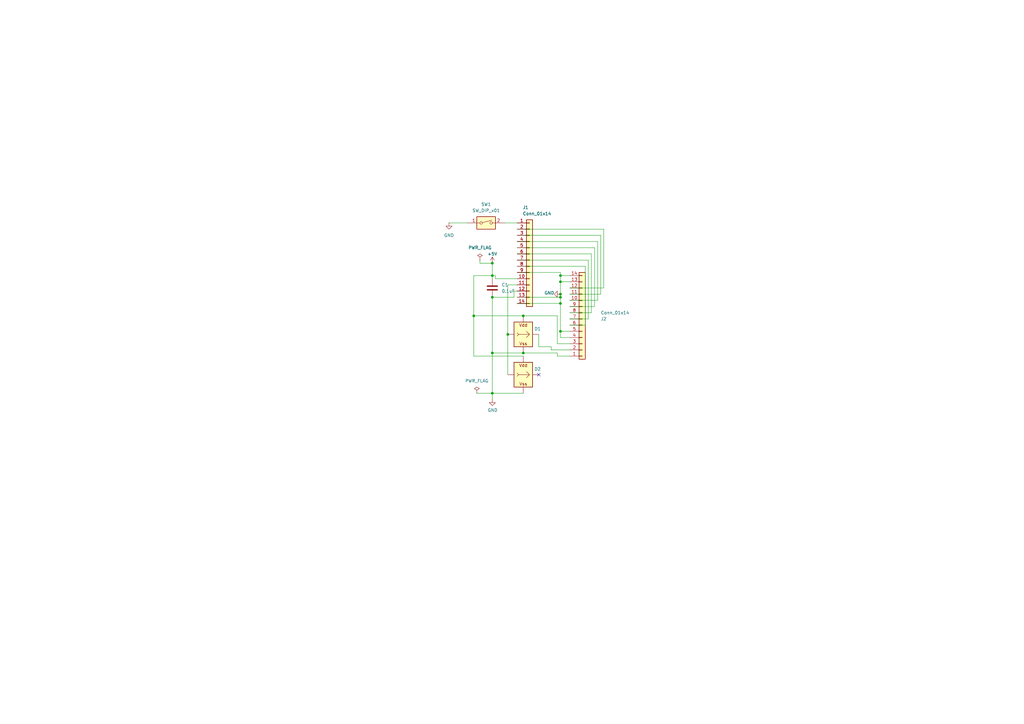
<source format=kicad_sch>
(kicad_sch
	(version 20231120)
	(generator "eeschema")
	(generator_version "8.0")
	(uuid "2e3f5573-c264-4a8b-a2f0-0e6473d39aad")
	(paper "A3")
	(lib_symbols
		(symbol "Connector_Generic:Conn_01x14"
			(pin_names
				(offset 1.016) hide)
			(exclude_from_sim no)
			(in_bom yes)
			(on_board yes)
			(property "Reference" "J"
				(at 0 17.78 0)
				(effects
					(font
						(size 1.27 1.27)
					)
				)
			)
			(property "Value" "Conn_01x14"
				(at 0 -20.32 0)
				(effects
					(font
						(size 1.27 1.27)
					)
				)
			)
			(property "Footprint" ""
				(at 0 0 0)
				(effects
					(font
						(size 1.27 1.27)
					)
					(hide yes)
				)
			)
			(property "Datasheet" "~"
				(at 0 0 0)
				(effects
					(font
						(size 1.27 1.27)
					)
					(hide yes)
				)
			)
			(property "Description" "Generic connector, single row, 01x14, script generated (kicad-library-utils/schlib/autogen/connector/)"
				(at 0 0 0)
				(effects
					(font
						(size 1.27 1.27)
					)
					(hide yes)
				)
			)
			(property "ki_keywords" "connector"
				(at 0 0 0)
				(effects
					(font
						(size 1.27 1.27)
					)
					(hide yes)
				)
			)
			(property "ki_fp_filters" "Connector*:*_1x??_*"
				(at 0 0 0)
				(effects
					(font
						(size 1.27 1.27)
					)
					(hide yes)
				)
			)
			(symbol "Conn_01x14_1_1"
				(rectangle
					(start -1.27 -17.653)
					(end 0 -17.907)
					(stroke
						(width 0.1524)
						(type default)
					)
					(fill
						(type none)
					)
				)
				(rectangle
					(start -1.27 -15.113)
					(end 0 -15.367)
					(stroke
						(width 0.1524)
						(type default)
					)
					(fill
						(type none)
					)
				)
				(rectangle
					(start -1.27 -12.573)
					(end 0 -12.827)
					(stroke
						(width 0.1524)
						(type default)
					)
					(fill
						(type none)
					)
				)
				(rectangle
					(start -1.27 -10.033)
					(end 0 -10.287)
					(stroke
						(width 0.1524)
						(type default)
					)
					(fill
						(type none)
					)
				)
				(rectangle
					(start -1.27 -7.493)
					(end 0 -7.747)
					(stroke
						(width 0.1524)
						(type default)
					)
					(fill
						(type none)
					)
				)
				(rectangle
					(start -1.27 -4.953)
					(end 0 -5.207)
					(stroke
						(width 0.1524)
						(type default)
					)
					(fill
						(type none)
					)
				)
				(rectangle
					(start -1.27 -2.413)
					(end 0 -2.667)
					(stroke
						(width 0.1524)
						(type default)
					)
					(fill
						(type none)
					)
				)
				(rectangle
					(start -1.27 0.127)
					(end 0 -0.127)
					(stroke
						(width 0.1524)
						(type default)
					)
					(fill
						(type none)
					)
				)
				(rectangle
					(start -1.27 2.667)
					(end 0 2.413)
					(stroke
						(width 0.1524)
						(type default)
					)
					(fill
						(type none)
					)
				)
				(rectangle
					(start -1.27 5.207)
					(end 0 4.953)
					(stroke
						(width 0.1524)
						(type default)
					)
					(fill
						(type none)
					)
				)
				(rectangle
					(start -1.27 7.747)
					(end 0 7.493)
					(stroke
						(width 0.1524)
						(type default)
					)
					(fill
						(type none)
					)
				)
				(rectangle
					(start -1.27 10.287)
					(end 0 10.033)
					(stroke
						(width 0.1524)
						(type default)
					)
					(fill
						(type none)
					)
				)
				(rectangle
					(start -1.27 12.827)
					(end 0 12.573)
					(stroke
						(width 0.1524)
						(type default)
					)
					(fill
						(type none)
					)
				)
				(rectangle
					(start -1.27 15.367)
					(end 0 15.113)
					(stroke
						(width 0.1524)
						(type default)
					)
					(fill
						(type none)
					)
				)
				(rectangle
					(start -1.27 16.51)
					(end 1.27 -19.05)
					(stroke
						(width 0.254)
						(type default)
					)
					(fill
						(type background)
					)
				)
				(pin passive line
					(at -5.08 15.24 0)
					(length 3.81)
					(name "Pin_1"
						(effects
							(font
								(size 1.27 1.27)
							)
						)
					)
					(number "1"
						(effects
							(font
								(size 1.27 1.27)
							)
						)
					)
				)
				(pin passive line
					(at -5.08 -7.62 0)
					(length 3.81)
					(name "Pin_10"
						(effects
							(font
								(size 1.27 1.27)
							)
						)
					)
					(number "10"
						(effects
							(font
								(size 1.27 1.27)
							)
						)
					)
				)
				(pin passive line
					(at -5.08 -10.16 0)
					(length 3.81)
					(name "Pin_11"
						(effects
							(font
								(size 1.27 1.27)
							)
						)
					)
					(number "11"
						(effects
							(font
								(size 1.27 1.27)
							)
						)
					)
				)
				(pin passive line
					(at -5.08 -12.7 0)
					(length 3.81)
					(name "Pin_12"
						(effects
							(font
								(size 1.27 1.27)
							)
						)
					)
					(number "12"
						(effects
							(font
								(size 1.27 1.27)
							)
						)
					)
				)
				(pin passive line
					(at -5.08 -15.24 0)
					(length 3.81)
					(name "Pin_13"
						(effects
							(font
								(size 1.27 1.27)
							)
						)
					)
					(number "13"
						(effects
							(font
								(size 1.27 1.27)
							)
						)
					)
				)
				(pin passive line
					(at -5.08 -17.78 0)
					(length 3.81)
					(name "Pin_14"
						(effects
							(font
								(size 1.27 1.27)
							)
						)
					)
					(number "14"
						(effects
							(font
								(size 1.27 1.27)
							)
						)
					)
				)
				(pin passive line
					(at -5.08 12.7 0)
					(length 3.81)
					(name "Pin_2"
						(effects
							(font
								(size 1.27 1.27)
							)
						)
					)
					(number "2"
						(effects
							(font
								(size 1.27 1.27)
							)
						)
					)
				)
				(pin passive line
					(at -5.08 10.16 0)
					(length 3.81)
					(name "Pin_3"
						(effects
							(font
								(size 1.27 1.27)
							)
						)
					)
					(number "3"
						(effects
							(font
								(size 1.27 1.27)
							)
						)
					)
				)
				(pin passive line
					(at -5.08 7.62 0)
					(length 3.81)
					(name "Pin_4"
						(effects
							(font
								(size 1.27 1.27)
							)
						)
					)
					(number "4"
						(effects
							(font
								(size 1.27 1.27)
							)
						)
					)
				)
				(pin passive line
					(at -5.08 5.08 0)
					(length 3.81)
					(name "Pin_5"
						(effects
							(font
								(size 1.27 1.27)
							)
						)
					)
					(number "5"
						(effects
							(font
								(size 1.27 1.27)
							)
						)
					)
				)
				(pin passive line
					(at -5.08 2.54 0)
					(length 3.81)
					(name "Pin_6"
						(effects
							(font
								(size 1.27 1.27)
							)
						)
					)
					(number "6"
						(effects
							(font
								(size 1.27 1.27)
							)
						)
					)
				)
				(pin passive line
					(at -5.08 0 0)
					(length 3.81)
					(name "Pin_7"
						(effects
							(font
								(size 1.27 1.27)
							)
						)
					)
					(number "7"
						(effects
							(font
								(size 1.27 1.27)
							)
						)
					)
				)
				(pin passive line
					(at -5.08 -2.54 0)
					(length 3.81)
					(name "Pin_8"
						(effects
							(font
								(size 1.27 1.27)
							)
						)
					)
					(number "8"
						(effects
							(font
								(size 1.27 1.27)
							)
						)
					)
				)
				(pin passive line
					(at -5.08 -5.08 0)
					(length 3.81)
					(name "Pin_9"
						(effects
							(font
								(size 1.27 1.27)
							)
						)
					)
					(number "9"
						(effects
							(font
								(size 1.27 1.27)
							)
						)
					)
				)
			)
		)
		(symbol "Device:C"
			(pin_numbers hide)
			(pin_names
				(offset 0.254)
			)
			(exclude_from_sim no)
			(in_bom yes)
			(on_board yes)
			(property "Reference" "C"
				(at 0.635 2.54 0)
				(effects
					(font
						(size 1.27 1.27)
					)
					(justify left)
				)
			)
			(property "Value" "C"
				(at 0.635 -2.54 0)
				(effects
					(font
						(size 1.27 1.27)
					)
					(justify left)
				)
			)
			(property "Footprint" ""
				(at 0.9652 -3.81 0)
				(effects
					(font
						(size 1.27 1.27)
					)
					(hide yes)
				)
			)
			(property "Datasheet" "~"
				(at 0 0 0)
				(effects
					(font
						(size 1.27 1.27)
					)
					(hide yes)
				)
			)
			(property "Description" "Unpolarized capacitor"
				(at 0 0 0)
				(effects
					(font
						(size 1.27 1.27)
					)
					(hide yes)
				)
			)
			(property "ki_keywords" "cap capacitor"
				(at 0 0 0)
				(effects
					(font
						(size 1.27 1.27)
					)
					(hide yes)
				)
			)
			(property "ki_fp_filters" "C_*"
				(at 0 0 0)
				(effects
					(font
						(size 1.27 1.27)
					)
					(hide yes)
				)
			)
			(symbol "C_0_1"
				(polyline
					(pts
						(xy -2.032 -0.762) (xy 2.032 -0.762)
					)
					(stroke
						(width 0.508)
						(type default)
					)
					(fill
						(type none)
					)
				)
				(polyline
					(pts
						(xy -2.032 0.762) (xy 2.032 0.762)
					)
					(stroke
						(width 0.508)
						(type default)
					)
					(fill
						(type none)
					)
				)
			)
			(symbol "C_1_1"
				(pin passive line
					(at 0 3.81 270)
					(length 2.794)
					(name "~"
						(effects
							(font
								(size 1.27 1.27)
							)
						)
					)
					(number "1"
						(effects
							(font
								(size 1.27 1.27)
							)
						)
					)
				)
				(pin passive line
					(at 0 -3.81 90)
					(length 2.794)
					(name "~"
						(effects
							(font
								(size 1.27 1.27)
							)
						)
					)
					(number "2"
						(effects
							(font
								(size 1.27 1.27)
							)
						)
					)
				)
			)
		)
		(symbol "Switch:SW_DIP_x01"
			(pin_names
				(offset 0) hide)
			(exclude_from_sim no)
			(in_bom yes)
			(on_board yes)
			(property "Reference" "SW"
				(at 0 3.81 0)
				(effects
					(font
						(size 1.27 1.27)
					)
				)
			)
			(property "Value" "SW_DIP_x01"
				(at 0 -3.81 0)
				(effects
					(font
						(size 1.27 1.27)
					)
				)
			)
			(property "Footprint" ""
				(at 0 0 0)
				(effects
					(font
						(size 1.27 1.27)
					)
					(hide yes)
				)
			)
			(property "Datasheet" "~"
				(at 0 0 0)
				(effects
					(font
						(size 1.27 1.27)
					)
					(hide yes)
				)
			)
			(property "Description" "1x DIP Switch, Single Pole Single Throw (SPST) switch, small symbol"
				(at 0 0 0)
				(effects
					(font
						(size 1.27 1.27)
					)
					(hide yes)
				)
			)
			(property "ki_keywords" "dip switch"
				(at 0 0 0)
				(effects
					(font
						(size 1.27 1.27)
					)
					(hide yes)
				)
			)
			(property "ki_fp_filters" "SW?DIP?x1*"
				(at 0 0 0)
				(effects
					(font
						(size 1.27 1.27)
					)
					(hide yes)
				)
			)
			(symbol "SW_DIP_x01_0_0"
				(circle
					(center -2.032 0)
					(radius 0.508)
					(stroke
						(width 0)
						(type default)
					)
					(fill
						(type none)
					)
				)
				(polyline
					(pts
						(xy -1.524 0.127) (xy 2.3622 1.1684)
					)
					(stroke
						(width 0)
						(type default)
					)
					(fill
						(type none)
					)
				)
				(circle
					(center 2.032 0)
					(radius 0.508)
					(stroke
						(width 0)
						(type default)
					)
					(fill
						(type none)
					)
				)
			)
			(symbol "SW_DIP_x01_0_1"
				(rectangle
					(start -3.81 2.54)
					(end 3.81 -2.54)
					(stroke
						(width 0.254)
						(type default)
					)
					(fill
						(type background)
					)
				)
			)
			(symbol "SW_DIP_x01_1_1"
				(pin passive line
					(at -7.62 0 0)
					(length 5.08)
					(name "~"
						(effects
							(font
								(size 1.27 1.27)
							)
						)
					)
					(number "1"
						(effects
							(font
								(size 1.27 1.27)
							)
						)
					)
				)
				(pin passive line
					(at 7.62 0 180)
					(length 5.08)
					(name "~"
						(effects
							(font
								(size 1.27 1.27)
							)
						)
					)
					(number "2"
						(effects
							(font
								(size 1.27 1.27)
							)
						)
					)
				)
			)
		)
		(symbol "mai_button:WS2812B_Unified"
			(pin_numbers hide)
			(pin_names
				(offset 0.254) hide)
			(exclude_from_sim no)
			(in_bom yes)
			(on_board yes)
			(property "Reference" "D10"
				(at 2.54 6.35 0)
				(effects
					(font
						(size 1.27 1.27)
					)
				)
			)
			(property "Value" "WS2812B_Unified"
				(at 15.24 1.7907 0)
				(effects
					(font
						(size 1.27 1.27)
					)
					(hide yes)
				)
			)
			(property "Footprint" "iidx_pico:WS2812B-2835"
				(at 1.27 -7.62 0)
				(effects
					(font
						(size 1.27 1.27)
					)
					(justify left top)
					(hide yes)
				)
			)
			(property "Datasheet" ""
				(at 2.54 -9.525 0)
				(effects
					(font
						(size 1.27 1.27)
					)
					(justify left top)
					(hide yes)
				)
			)
			(property "Description" "RGB LED with integrated controller"
				(at 0 0 0)
				(effects
					(font
						(size 1.27 1.27)
					)
					(hide yes)
				)
			)
			(property "ki_keywords" "RGB LED NeoPixel addressable"
				(at 0 0 0)
				(effects
					(font
						(size 1.27 1.27)
					)
					(hide yes)
				)
			)
			(property "ki_fp_filters" "LED*WS2812"
				(at 0 0 0)
				(effects
					(font
						(size 1.27 1.27)
					)
					(hide yes)
				)
			)
			(symbol "WS2812B_Unified_0_0"
				(polyline
					(pts
						(xy -1.905 0) (xy 2.54 0) (xy 1.27 1.27)
					)
					(stroke
						(width 0)
						(type default)
					)
					(fill
						(type none)
					)
				)
				(text "Vdd"
					(at 0 3.81 0)
					(effects
						(font
							(size 1.27 1.27)
						)
					)
				)
				(text "Vss"
					(at 0 -3.81 0)
					(effects
						(font
							(size 1.27 1.27)
						)
					)
				)
			)
			(symbol "WS2812B_Unified_0_1"
				(rectangle
					(start -3.81 5.08)
					(end 3.81 -5.08)
					(stroke
						(width 0.254)
						(type default)
					)
					(fill
						(type background)
					)
				)
				(polyline
					(pts
						(xy 1.27 -1.27) (xy 2.54 0)
					)
					(stroke
						(width 0)
						(type default)
					)
					(fill
						(type none)
					)
				)
				(polyline
					(pts
						(xy -2.54 0.635) (xy -1.905 0) (xy -2.54 -0.635)
					)
					(stroke
						(width 0)
						(type default)
					)
					(fill
						(type none)
					)
				)
			)
			(symbol "WS2812B_Unified_1_1"
				(pin power_in line
					(at 0 -7.62 90)
					(length 2.54)
					(name "VSS"
						(effects
							(font
								(size 1.27 1.27)
							)
						)
					)
					(number "G"
						(effects
							(font
								(size 1.27 1.27)
							)
						)
					)
				)
				(pin input line
					(at -6.35 0 0)
					(length 2.54)
					(name "In"
						(effects
							(font
								(size 1.27 1.27)
							)
						)
					)
					(number "I"
						(effects
							(font
								(size 1.27 1.27)
							)
						)
					)
				)
				(pin output line
					(at 6.35 0 180)
					(length 2.54)
					(name "Out"
						(effects
							(font
								(size 1.27 1.27)
							)
						)
					)
					(number "O"
						(effects
							(font
								(size 1.27 1.27)
							)
						)
					)
				)
				(pin power_in line
					(at 0 7.62 270)
					(length 2.54)
					(name "VDD"
						(effects
							(font
								(size 1.27 1.27)
							)
						)
					)
					(number "V"
						(effects
							(font
								(size 1.27 1.27)
							)
						)
					)
				)
			)
		)
		(symbol "power:+5V"
			(power)
			(pin_numbers hide)
			(pin_names
				(offset 0) hide)
			(exclude_from_sim no)
			(in_bom yes)
			(on_board yes)
			(property "Reference" "#PWR"
				(at 0 -3.81 0)
				(effects
					(font
						(size 1.27 1.27)
					)
					(hide yes)
				)
			)
			(property "Value" "+5V"
				(at 0 3.556 0)
				(effects
					(font
						(size 1.27 1.27)
					)
				)
			)
			(property "Footprint" ""
				(at 0 0 0)
				(effects
					(font
						(size 1.27 1.27)
					)
					(hide yes)
				)
			)
			(property "Datasheet" ""
				(at 0 0 0)
				(effects
					(font
						(size 1.27 1.27)
					)
					(hide yes)
				)
			)
			(property "Description" "Power symbol creates a global label with name \"+5V\""
				(at 0 0 0)
				(effects
					(font
						(size 1.27 1.27)
					)
					(hide yes)
				)
			)
			(property "ki_keywords" "global power"
				(at 0 0 0)
				(effects
					(font
						(size 1.27 1.27)
					)
					(hide yes)
				)
			)
			(symbol "+5V_0_1"
				(polyline
					(pts
						(xy -0.762 1.27) (xy 0 2.54)
					)
					(stroke
						(width 0)
						(type default)
					)
					(fill
						(type none)
					)
				)
				(polyline
					(pts
						(xy 0 0) (xy 0 2.54)
					)
					(stroke
						(width 0)
						(type default)
					)
					(fill
						(type none)
					)
				)
				(polyline
					(pts
						(xy 0 2.54) (xy 0.762 1.27)
					)
					(stroke
						(width 0)
						(type default)
					)
					(fill
						(type none)
					)
				)
			)
			(symbol "+5V_1_1"
				(pin power_in line
					(at 0 0 90)
					(length 0)
					(name "~"
						(effects
							(font
								(size 1.27 1.27)
							)
						)
					)
					(number "1"
						(effects
							(font
								(size 1.27 1.27)
							)
						)
					)
				)
			)
		)
		(symbol "power:GND"
			(power)
			(pin_numbers hide)
			(pin_names
				(offset 0) hide)
			(exclude_from_sim no)
			(in_bom yes)
			(on_board yes)
			(property "Reference" "#PWR"
				(at 0 -6.35 0)
				(effects
					(font
						(size 1.27 1.27)
					)
					(hide yes)
				)
			)
			(property "Value" "GND"
				(at 0 -3.81 0)
				(effects
					(font
						(size 1.27 1.27)
					)
				)
			)
			(property "Footprint" ""
				(at 0 0 0)
				(effects
					(font
						(size 1.27 1.27)
					)
					(hide yes)
				)
			)
			(property "Datasheet" ""
				(at 0 0 0)
				(effects
					(font
						(size 1.27 1.27)
					)
					(hide yes)
				)
			)
			(property "Description" "Power symbol creates a global label with name \"GND\" , ground"
				(at 0 0 0)
				(effects
					(font
						(size 1.27 1.27)
					)
					(hide yes)
				)
			)
			(property "ki_keywords" "global power"
				(at 0 0 0)
				(effects
					(font
						(size 1.27 1.27)
					)
					(hide yes)
				)
			)
			(symbol "GND_0_1"
				(polyline
					(pts
						(xy 0 0) (xy 0 -1.27) (xy 1.27 -1.27) (xy 0 -2.54) (xy -1.27 -1.27) (xy 0 -1.27)
					)
					(stroke
						(width 0)
						(type default)
					)
					(fill
						(type none)
					)
				)
			)
			(symbol "GND_1_1"
				(pin power_in line
					(at 0 0 270)
					(length 0)
					(name "~"
						(effects
							(font
								(size 1.27 1.27)
							)
						)
					)
					(number "1"
						(effects
							(font
								(size 1.27 1.27)
							)
						)
					)
				)
			)
		)
		(symbol "power:PWR_FLAG"
			(power)
			(pin_numbers hide)
			(pin_names
				(offset 0) hide)
			(exclude_from_sim no)
			(in_bom yes)
			(on_board yes)
			(property "Reference" "#FLG"
				(at 0 1.905 0)
				(effects
					(font
						(size 1.27 1.27)
					)
					(hide yes)
				)
			)
			(property "Value" "PWR_FLAG"
				(at 0 3.81 0)
				(effects
					(font
						(size 1.27 1.27)
					)
				)
			)
			(property "Footprint" ""
				(at 0 0 0)
				(effects
					(font
						(size 1.27 1.27)
					)
					(hide yes)
				)
			)
			(property "Datasheet" "~"
				(at 0 0 0)
				(effects
					(font
						(size 1.27 1.27)
					)
					(hide yes)
				)
			)
			(property "Description" "Special symbol for telling ERC where power comes from"
				(at 0 0 0)
				(effects
					(font
						(size 1.27 1.27)
					)
					(hide yes)
				)
			)
			(property "ki_keywords" "flag power"
				(at 0 0 0)
				(effects
					(font
						(size 1.27 1.27)
					)
					(hide yes)
				)
			)
			(symbol "PWR_FLAG_0_0"
				(pin power_out line
					(at 0 0 90)
					(length 0)
					(name "~"
						(effects
							(font
								(size 1.27 1.27)
							)
						)
					)
					(number "1"
						(effects
							(font
								(size 1.27 1.27)
							)
						)
					)
				)
			)
			(symbol "PWR_FLAG_0_1"
				(polyline
					(pts
						(xy 0 0) (xy 0 1.27) (xy -1.016 1.905) (xy 0 2.54) (xy 1.016 1.905) (xy 0 1.27)
					)
					(stroke
						(width 0)
						(type default)
					)
					(fill
						(type none)
					)
				)
			)
		)
	)
	(junction
		(at 229.87 121.92)
		(diameter 0)
		(color 0 0 0 0)
		(uuid "0667e0dd-cd87-4f5c-9e4a-4b57cea1ffec")
	)
	(junction
		(at 201.93 113.03)
		(diameter 0)
		(color 0 0 0 0)
		(uuid "11fadb48-d222-46c5-b083-8a97617650df")
	)
	(junction
		(at 229.87 120.65)
		(diameter 0)
		(color 0 0 0 0)
		(uuid "21560d3f-94ba-42fc-822a-c1c42f8d4824")
	)
	(junction
		(at 201.93 121.92)
		(diameter 0)
		(color 0 0 0 0)
		(uuid "2fe0c3f2-6649-4f2b-a722-1e7de5688c00")
	)
	(junction
		(at 214.63 144.78)
		(diameter 0)
		(color 0 0 0 0)
		(uuid "330e75fd-fc84-401e-93cc-ce39c8d504e1")
	)
	(junction
		(at 229.87 124.46)
		(diameter 0)
		(color 0 0 0 0)
		(uuid "347c1ab5-df1a-4207-ac30-01c67a41ba81")
	)
	(junction
		(at 194.31 129.54)
		(diameter 0)
		(color 0 0 0 0)
		(uuid "4f0afd86-c242-4000-a6e2-6753dd52cc62")
	)
	(junction
		(at 229.87 113.03)
		(diameter 0)
		(color 0 0 0 0)
		(uuid "57a4297e-5ba4-4e11-93f8-fb738f9c2ac9")
	)
	(junction
		(at 208.28 137.16)
		(diameter 0)
		(color 0 0 0 0)
		(uuid "68237577-a2d6-4b4e-89ba-6e8856941fe4")
	)
	(junction
		(at 201.93 161.29)
		(diameter 0)
		(color 0 0 0 0)
		(uuid "84d52bb6-590c-4a88-aa1f-6523143200a0")
	)
	(junction
		(at 214.63 129.54)
		(diameter 0)
		(color 0 0 0 0)
		(uuid "8c362f57-6235-4127-9ddc-ff056a00b1cf")
	)
	(junction
		(at 229.87 115.57)
		(diameter 0)
		(color 0 0 0 0)
		(uuid "8f1d3897-1fee-48aa-b8be-a3a4be3f1f10")
	)
	(junction
		(at 229.87 135.89)
		(diameter 0)
		(color 0 0 0 0)
		(uuid "8f836e40-f91d-40c4-819e-15aefd66bdf1")
	)
	(junction
		(at 201.93 107.95)
		(diameter 0)
		(color 0 0 0 0)
		(uuid "af1c0662-8ef3-48fd-87f5-c75380c471f7")
	)
	(junction
		(at 201.93 144.78)
		(diameter 0)
		(color 0 0 0 0)
		(uuid "b518cdc2-bd88-436e-9709-53d9f2358a98")
	)
	(no_connect
		(at 220.98 153.67)
		(uuid "c32f0c09-2b7d-4275-be01-84f24d433117")
	)
	(wire
		(pts
			(xy 229.87 138.43) (xy 233.68 138.43)
		)
		(stroke
			(width 0)
			(type default)
		)
		(uuid "01b8502b-3e54-4973-b789-17a9a4d28e6c")
	)
	(wire
		(pts
			(xy 226.06 142.24) (xy 220.98 142.24)
		)
		(stroke
			(width 0)
			(type default)
		)
		(uuid "0350ed97-bcdd-4ee4-ab1b-ff706fb860f9")
	)
	(wire
		(pts
			(xy 194.31 129.54) (xy 194.31 113.03)
		)
		(stroke
			(width 0)
			(type default)
		)
		(uuid "049d01fc-b05a-45d9-aab6-ac7d8f2ecedf")
	)
	(wire
		(pts
			(xy 196.85 107.95) (xy 201.93 107.95)
		)
		(stroke
			(width 0)
			(type default)
		)
		(uuid "0958b4ae-b21d-484f-9597-b7d80d8663df")
	)
	(wire
		(pts
			(xy 196.85 106.68) (xy 196.85 107.95)
		)
		(stroke
			(width 0)
			(type default)
		)
		(uuid "09a02153-6db4-4817-a5bf-e270d500c697")
	)
	(wire
		(pts
			(xy 228.6 146.05) (xy 228.6 144.78)
		)
		(stroke
			(width 0)
			(type default)
		)
		(uuid "0c65143a-f6ed-4a2f-9855-797ce724e17d")
	)
	(wire
		(pts
			(xy 201.93 144.78) (xy 214.63 144.78)
		)
		(stroke
			(width 0)
			(type default)
		)
		(uuid "0cb94996-f589-4624-ba01-3aec6cb00e07")
	)
	(wire
		(pts
			(xy 228.6 140.97) (xy 233.68 140.97)
		)
		(stroke
			(width 0)
			(type default)
		)
		(uuid "133599c7-b7e0-4536-b222-bfca8394e991")
	)
	(wire
		(pts
			(xy 201.93 161.29) (xy 214.63 161.29)
		)
		(stroke
			(width 0)
			(type default)
		)
		(uuid "176436c5-390f-4343-b039-124ca66ad9b9")
	)
	(wire
		(pts
			(xy 246.38 120.65) (xy 233.68 120.65)
		)
		(stroke
			(width 0)
			(type default)
		)
		(uuid "18950538-6a26-4d03-8bb3-9cd57eee9553")
	)
	(wire
		(pts
			(xy 212.09 106.68) (xy 241.3 106.68)
		)
		(stroke
			(width 0)
			(type default)
		)
		(uuid "1fbee3c3-4b65-4d5c-9861-65a4b1b54da9")
	)
	(wire
		(pts
			(xy 240.03 133.35) (xy 233.68 133.35)
		)
		(stroke
			(width 0)
			(type default)
		)
		(uuid "221bacc1-e5f1-469c-8416-c5e8d5ed7eca")
	)
	(wire
		(pts
			(xy 208.28 116.84) (xy 212.09 116.84)
		)
		(stroke
			(width 0)
			(type default)
		)
		(uuid "23e484c7-8166-4f0a-9661-7a7f9313dc00")
	)
	(wire
		(pts
			(xy 195.58 161.29) (xy 201.93 161.29)
		)
		(stroke
			(width 0)
			(type default)
		)
		(uuid "24637ce2-8055-41f4-8225-20559e17a68f")
	)
	(wire
		(pts
			(xy 184.15 91.44) (xy 191.77 91.44)
		)
		(stroke
			(width 0)
			(type default)
		)
		(uuid "2b113b7f-fa16-47e7-b383-0de1f263373a")
	)
	(wire
		(pts
			(xy 212.09 96.52) (xy 246.38 96.52)
		)
		(stroke
			(width 0)
			(type default)
		)
		(uuid "2c5caaaf-ba62-46a6-b3b3-e207222a902f")
	)
	(wire
		(pts
			(xy 201.93 161.29) (xy 201.93 144.78)
		)
		(stroke
			(width 0)
			(type default)
		)
		(uuid "2dc7247e-1ca9-45a9-a74e-f7769e13f031")
	)
	(wire
		(pts
			(xy 229.87 113.03) (xy 233.68 113.03)
		)
		(stroke
			(width 0)
			(type default)
		)
		(uuid "3391bb98-aec5-475c-aec5-315ae6d7deb5")
	)
	(wire
		(pts
			(xy 212.09 109.22) (xy 240.03 109.22)
		)
		(stroke
			(width 0)
			(type default)
		)
		(uuid "3602fd2a-a1a6-4d52-b243-eeca093213e8")
	)
	(wire
		(pts
			(xy 203.2 113.03) (xy 203.2 114.3)
		)
		(stroke
			(width 0)
			(type default)
		)
		(uuid "36981707-3610-4f7a-8a9c-6abe06105568")
	)
	(wire
		(pts
			(xy 246.38 120.65) (xy 246.38 96.52)
		)
		(stroke
			(width 0)
			(type default)
		)
		(uuid "37aac895-e15c-43ce-9288-e3aa1851b3c7")
	)
	(wire
		(pts
			(xy 207.01 91.44) (xy 212.09 91.44)
		)
		(stroke
			(width 0)
			(type default)
		)
		(uuid "3b5323ce-5646-4c81-9095-6ab2fb0f759c")
	)
	(wire
		(pts
			(xy 240.03 133.35) (xy 240.03 109.22)
		)
		(stroke
			(width 0)
			(type default)
		)
		(uuid "410aa9a0-debc-48fc-bf13-dfa107680a44")
	)
	(wire
		(pts
			(xy 229.87 113.03) (xy 229.87 115.57)
		)
		(stroke
			(width 0)
			(type default)
		)
		(uuid "429d2535-e95c-4c19-b5bd-d818c8fc95e9")
	)
	(wire
		(pts
			(xy 212.09 101.6) (xy 243.84 101.6)
		)
		(stroke
			(width 0)
			(type default)
		)
		(uuid "44300798-cb25-4034-a4ad-33574f20a9d3")
	)
	(wire
		(pts
			(xy 229.87 115.57) (xy 229.87 120.65)
		)
		(stroke
			(width 0)
			(type default)
		)
		(uuid "49de66ed-5ee3-4201-bf33-4fb48a07d2ed")
	)
	(wire
		(pts
			(xy 245.11 123.19) (xy 245.11 99.06)
		)
		(stroke
			(width 0)
			(type default)
		)
		(uuid "51df1012-bbb6-43f1-90db-b5b93547604d")
	)
	(wire
		(pts
			(xy 226.06 143.51) (xy 233.68 143.51)
		)
		(stroke
			(width 0)
			(type default)
		)
		(uuid "53d9ea06-4c36-45e3-8fba-a8fa5521f8b8")
	)
	(wire
		(pts
			(xy 229.87 111.76) (xy 229.87 113.03)
		)
		(stroke
			(width 0)
			(type default)
		)
		(uuid "5496e7ee-764b-43e0-a229-0289fb0971bd")
	)
	(wire
		(pts
			(xy 241.3 130.81) (xy 233.68 130.81)
		)
		(stroke
			(width 0)
			(type default)
		)
		(uuid "55b63479-e41c-48d9-90c6-a69ef9cac128")
	)
	(wire
		(pts
			(xy 212.09 93.98) (xy 247.65 93.98)
		)
		(stroke
			(width 0)
			(type default)
		)
		(uuid "59d5e0e3-d191-45ba-8460-7c3b42ba8c14")
	)
	(wire
		(pts
			(xy 212.09 104.14) (xy 242.57 104.14)
		)
		(stroke
			(width 0)
			(type default)
		)
		(uuid "65bcb73d-06e8-41f7-92b7-a12050d65012")
	)
	(wire
		(pts
			(xy 229.87 135.89) (xy 229.87 138.43)
		)
		(stroke
			(width 0)
			(type default)
		)
		(uuid "6728c9fa-3da8-424f-8f7e-a90d4c04e4ee")
	)
	(wire
		(pts
			(xy 201.93 113.03) (xy 203.2 113.03)
		)
		(stroke
			(width 0)
			(type default)
		)
		(uuid "6b32f9e7-cecd-4cdf-9926-999245326994")
	)
	(wire
		(pts
			(xy 212.09 111.76) (xy 229.87 111.76)
		)
		(stroke
			(width 0)
			(type default)
		)
		(uuid "719cf72b-5443-4cb2-a8c9-ad2063bc0bb3")
	)
	(wire
		(pts
			(xy 214.63 144.78) (xy 228.6 144.78)
		)
		(stroke
			(width 0)
			(type default)
		)
		(uuid "766fa6b2-a0fb-456c-9a64-9e5a24af9b63")
	)
	(wire
		(pts
			(xy 229.87 124.46) (xy 229.87 135.89)
		)
		(stroke
			(width 0)
			(type default)
		)
		(uuid "7dfd853d-044d-431e-8a3b-a7e6c71177be")
	)
	(wire
		(pts
			(xy 208.28 137.16) (xy 208.28 153.67)
		)
		(stroke
			(width 0)
			(type default)
		)
		(uuid "892839d0-b4f8-46cd-864c-353a9d7be457")
	)
	(wire
		(pts
			(xy 229.87 115.57) (xy 233.68 115.57)
		)
		(stroke
			(width 0)
			(type default)
		)
		(uuid "8fd93dc5-b2f2-4882-bb0a-5bbc6d4d4b01")
	)
	(wire
		(pts
			(xy 229.87 121.92) (xy 229.87 124.46)
		)
		(stroke
			(width 0)
			(type default)
		)
		(uuid "91060b56-c2d0-4d96-932e-8df9277de1b6")
	)
	(wire
		(pts
			(xy 226.06 143.51) (xy 226.06 142.24)
		)
		(stroke
			(width 0)
			(type default)
		)
		(uuid "95a1b848-8803-4f55-a7a7-977703798cf8")
	)
	(wire
		(pts
			(xy 212.09 124.46) (xy 229.87 124.46)
		)
		(stroke
			(width 0)
			(type default)
		)
		(uuid "9980d939-d127-430a-80c3-e2a69f608aea")
	)
	(wire
		(pts
			(xy 229.87 135.89) (xy 233.68 135.89)
		)
		(stroke
			(width 0)
			(type default)
		)
		(uuid "9a9d66bc-0aa4-4841-ae58-2782ddfdef8d")
	)
	(wire
		(pts
			(xy 247.65 118.11) (xy 247.65 93.98)
		)
		(stroke
			(width 0)
			(type default)
		)
		(uuid "9baa6702-67aa-429e-9bc3-72cb90b78e50")
	)
	(wire
		(pts
			(xy 201.93 121.92) (xy 210.82 121.92)
		)
		(stroke
			(width 0)
			(type default)
		)
		(uuid "9be83bbd-315c-477f-81fa-f092510c731a")
	)
	(wire
		(pts
			(xy 194.31 113.03) (xy 201.93 113.03)
		)
		(stroke
			(width 0)
			(type default)
		)
		(uuid "9e138887-bd54-40b8-8771-b1923f8847d7")
	)
	(wire
		(pts
			(xy 243.84 125.73) (xy 233.68 125.73)
		)
		(stroke
			(width 0)
			(type default)
		)
		(uuid "a39c50c2-3bea-4181-aa1d-fdabdd921054")
	)
	(wire
		(pts
			(xy 220.98 142.24) (xy 220.98 137.16)
		)
		(stroke
			(width 0)
			(type default)
		)
		(uuid "a3dbbdd4-49b1-4dea-a5fd-951fa3cf286a")
	)
	(wire
		(pts
			(xy 212.09 99.06) (xy 245.11 99.06)
		)
		(stroke
			(width 0)
			(type default)
		)
		(uuid "a4cfe949-9982-442c-b9c5-76aa0ea43b49")
	)
	(wire
		(pts
			(xy 214.63 129.54) (xy 194.31 129.54)
		)
		(stroke
			(width 0)
			(type default)
		)
		(uuid "a7bd1cb0-d63c-443a-90ec-58263b0c462b")
	)
	(wire
		(pts
			(xy 210.82 119.38) (xy 210.82 121.92)
		)
		(stroke
			(width 0)
			(type default)
		)
		(uuid "b6ae2cf5-96d4-416a-8459-4ecf4179f25d")
	)
	(wire
		(pts
			(xy 245.11 123.19) (xy 233.68 123.19)
		)
		(stroke
			(width 0)
			(type default)
		)
		(uuid "b8d8b2bc-ba80-42df-b02e-099b75eeb6d7")
	)
	(wire
		(pts
			(xy 228.6 146.05) (xy 233.68 146.05)
		)
		(stroke
			(width 0)
			(type default)
		)
		(uuid "bc759bac-e8b5-4769-9efd-8400298f54ef")
	)
	(wire
		(pts
			(xy 208.28 116.84) (xy 208.28 137.16)
		)
		(stroke
			(width 0)
			(type default)
		)
		(uuid "c124203d-21d5-4b88-a349-100bdc6b7664")
	)
	(wire
		(pts
			(xy 241.3 130.81) (xy 241.3 106.68)
		)
		(stroke
			(width 0)
			(type default)
		)
		(uuid "c5d1095f-5679-49de-8a25-f92286ae5506")
	)
	(wire
		(pts
			(xy 201.93 107.95) (xy 201.93 113.03)
		)
		(stroke
			(width 0)
			(type default)
		)
		(uuid "cc9a9948-50d3-46b2-93d4-bd7db5b6f271")
	)
	(wire
		(pts
			(xy 210.82 119.38) (xy 212.09 119.38)
		)
		(stroke
			(width 0)
			(type default)
		)
		(uuid "cdab9ff3-ba1e-49e7-aaec-74d286918431")
	)
	(wire
		(pts
			(xy 214.63 146.05) (xy 194.31 146.05)
		)
		(stroke
			(width 0)
			(type default)
		)
		(uuid "d03f4299-daef-4962-a00a-811ca69a77f6")
	)
	(wire
		(pts
			(xy 201.93 113.03) (xy 201.93 114.3)
		)
		(stroke
			(width 0)
			(type default)
		)
		(uuid "d1cb9742-7fa7-4df2-81a2-a2b4f15ebe74")
	)
	(wire
		(pts
			(xy 229.87 120.65) (xy 229.87 121.92)
		)
		(stroke
			(width 0)
			(type default)
		)
		(uuid "db4d04ce-44a6-4a24-8b54-5f371d550fd4")
	)
	(wire
		(pts
			(xy 194.31 146.05) (xy 194.31 129.54)
		)
		(stroke
			(width 0)
			(type default)
		)
		(uuid "e2d763f9-43fc-4af1-bb54-308ae22ca59b")
	)
	(wire
		(pts
			(xy 212.09 121.92) (xy 229.87 121.92)
		)
		(stroke
			(width 0)
			(type default)
		)
		(uuid "e4cdf70f-c5c2-408c-85e5-2ef31faa0dc3")
	)
	(wire
		(pts
			(xy 247.65 118.11) (xy 233.68 118.11)
		)
		(stroke
			(width 0)
			(type default)
		)
		(uuid "e5c088ad-5c3a-4049-9e46-68b90bdf5c56")
	)
	(wire
		(pts
			(xy 242.57 128.27) (xy 233.68 128.27)
		)
		(stroke
			(width 0)
			(type default)
		)
		(uuid "e6ff733e-367d-4383-a55e-e7a8ad080623")
	)
	(wire
		(pts
			(xy 242.57 128.27) (xy 242.57 104.14)
		)
		(stroke
			(width 0)
			(type default)
		)
		(uuid "e76716a4-6e67-4a89-b957-f84a56868ed8")
	)
	(wire
		(pts
			(xy 243.84 125.73) (xy 243.84 101.6)
		)
		(stroke
			(width 0)
			(type default)
		)
		(uuid "e7f378e3-7c06-4cd1-b79b-35d1d486e192")
	)
	(wire
		(pts
			(xy 203.2 114.3) (xy 212.09 114.3)
		)
		(stroke
			(width 0)
			(type default)
		)
		(uuid "f1e9d0df-38c4-41ff-889e-3fb60e308353")
	)
	(wire
		(pts
			(xy 228.6 140.97) (xy 228.6 129.54)
		)
		(stroke
			(width 0)
			(type default)
		)
		(uuid "f2fbeff9-6e34-4481-bb27-8c7f931e17d0")
	)
	(wire
		(pts
			(xy 214.63 129.54) (xy 228.6 129.54)
		)
		(stroke
			(width 0)
			(type default)
		)
		(uuid "f30019b8-5a36-46d5-aee9-b367bdffac13")
	)
	(wire
		(pts
			(xy 201.93 161.29) (xy 201.93 163.83)
		)
		(stroke
			(width 0)
			(type default)
		)
		(uuid "f37f4e81-bd3c-411c-b7c1-7a119f952d19")
	)
	(wire
		(pts
			(xy 201.93 121.92) (xy 201.93 144.78)
		)
		(stroke
			(width 0)
			(type default)
		)
		(uuid "f4ce42ae-1703-44f0-9179-4beec825fba8")
	)
	(symbol
		(lib_id "mai_button:WS2812B_Unified")
		(at 214.63 137.16 0)
		(unit 1)
		(exclude_from_sim no)
		(in_bom yes)
		(on_board yes)
		(dnp no)
		(uuid "10551f86-c898-4fc7-a73d-0466e85bc851")
		(property "Reference" "D1"
			(at 220.472 134.874 0)
			(effects
				(font
					(size 1.27 1.27)
				)
			)
		)
		(property "Value" "WS2812B_Unified"
			(at 229.87 135.3693 0)
			(effects
				(font
					(size 1.27 1.27)
				)
				(hide yes)
			)
		)
		(property "Footprint" "mai_button:WS2812B-2835"
			(at 215.9 144.78 0)
			(effects
				(font
					(size 1.27 1.27)
				)
				(justify left top)
				(hide yes)
			)
		)
		(property "Datasheet" ""
			(at 217.17 146.685 0)
			(effects
				(font
					(size 1.27 1.27)
				)
				(justify left top)
				(hide yes)
			)
		)
		(property "Description" ""
			(at 214.63 137.16 0)
			(effects
				(font
					(size 1.27 1.27)
				)
				(hide yes)
			)
		)
		(pin "G"
			(uuid "c5153258-aec3-4b5f-9ab6-20625b70fdbf")
		)
		(pin "I"
			(uuid "1a2938b9-57c2-4bc8-9249-4ab0fbfae4d2")
		)
		(pin "O"
			(uuid "3676bf95-3d37-4d04-ae50-9eeb6c35c074")
		)
		(pin "V"
			(uuid "8e3599cc-a2c4-40a3-8aa3-85edfee7e4a0")
		)
		(instances
			(project "mai_button"
				(path "/2e3f5573-c264-4a8b-a2f0-0e6473d39aad"
					(reference "D1")
					(unit 1)
				)
			)
		)
	)
	(symbol
		(lib_id "Connector_Generic:Conn_01x14")
		(at 217.17 106.68 0)
		(unit 1)
		(exclude_from_sim no)
		(in_bom yes)
		(on_board yes)
		(dnp no)
		(uuid "12a4d8b4-446f-43a5-bf05-5a30b07a44a6")
		(property "Reference" "J1"
			(at 214.376 85.09 0)
			(effects
				(font
					(size 1.27 1.27)
				)
				(justify left)
			)
		)
		(property "Value" "Conn_01x14"
			(at 214.376 87.63 0)
			(effects
				(font
					(size 1.27 1.27)
				)
				(justify left)
			)
		)
		(property "Footprint" "Connector_FFC-FPC:Hirose_FH12-12S-0.5SH_1x12-1MP_P0.50mm_Horizontal_宽"
			(at 217.17 106.68 0)
			(effects
				(font
					(size 1.27 1.27)
				)
				(hide yes)
			)
		)
		(property "Datasheet" "~"
			(at 217.17 106.68 0)
			(effects
				(font
					(size 1.27 1.27)
				)
				(hide yes)
			)
		)
		(property "Description" "Generic connector, single row, 01x14, script generated (kicad-library-utils/schlib/autogen/connector/)"
			(at 217.17 106.68 0)
			(effects
				(font
					(size 1.27 1.27)
				)
				(hide yes)
			)
		)
		(pin "8"
			(uuid "8f1c9c28-6b10-4817-b60c-baaad699fb42")
		)
		(pin "10"
			(uuid "760ab027-7ae9-4364-a8af-03c925890a63")
		)
		(pin "11"
			(uuid "572c3ed9-32ef-4157-b84d-55ae4e2cc2fe")
		)
		(pin "7"
			(uuid "31136fe3-e028-462a-822e-e45fb3767f15")
		)
		(pin "5"
			(uuid "d18e1ef5-022f-408c-99ea-2bc96ce6485f")
		)
		(pin "1"
			(uuid "42acb2cb-6a54-43f9-839f-9868bb2e9b78")
		)
		(pin "4"
			(uuid "bb7bc96e-0bff-49e8-8a70-29e925ff0544")
		)
		(pin "6"
			(uuid "1a6f6f06-ea07-4589-8d52-b1ac685d33cb")
		)
		(pin "14"
			(uuid "b05a0ae2-dd7d-47e6-8495-c29f7c6acd1e")
		)
		(pin "2"
			(uuid "5f419c77-916c-4034-aa07-c5f0bba1b57d")
		)
		(pin "3"
			(uuid "783350e3-cbff-4235-82ee-5758742d1b2d")
		)
		(pin "13"
			(uuid "0a57d7ab-287a-4666-9d67-f02314af3dfc")
		)
		(pin "9"
			(uuid "74864337-38fb-4715-8961-9df9ac429d78")
		)
		(pin "12"
			(uuid "6d2dc97f-071f-4ad0-b1d4-b881ab032c81")
		)
		(instances
			(project ""
				(path "/2e3f5573-c264-4a8b-a2f0-0e6473d39aad"
					(reference "J1")
					(unit 1)
				)
			)
		)
	)
	(symbol
		(lib_id "power:GND")
		(at 229.87 120.65 270)
		(unit 1)
		(exclude_from_sim no)
		(in_bom yes)
		(on_board yes)
		(dnp no)
		(uuid "1946b552-e056-4959-acc0-1df78896ae43")
		(property "Reference" "#PWR04"
			(at 223.52 120.65 0)
			(effects
				(font
					(size 1.27 1.27)
				)
				(hide yes)
			)
		)
		(property "Value" "GND"
			(at 227.33 120.142 90)
			(effects
				(font
					(size 1.27 1.27)
				)
				(justify right)
			)
		)
		(property "Footprint" ""
			(at 229.87 120.65 0)
			(effects
				(font
					(size 1.27 1.27)
				)
				(hide yes)
			)
		)
		(property "Datasheet" ""
			(at 229.87 120.65 0)
			(effects
				(font
					(size 1.27 1.27)
				)
				(hide yes)
			)
		)
		(property "Description" "Power symbol creates a global label with name \"GND\" , ground"
			(at 229.87 120.65 0)
			(effects
				(font
					(size 1.27 1.27)
				)
				(hide yes)
			)
		)
		(pin "1"
			(uuid "c2850421-dcf2-4a7f-886b-f1c79b5babd3")
		)
		(instances
			(project ""
				(path "/2e3f5573-c264-4a8b-a2f0-0e6473d39aad"
					(reference "#PWR04")
					(unit 1)
				)
			)
		)
	)
	(symbol
		(lib_id "power:PWR_FLAG")
		(at 196.85 106.68 0)
		(unit 1)
		(exclude_from_sim no)
		(in_bom yes)
		(on_board yes)
		(dnp no)
		(fields_autoplaced yes)
		(uuid "3174474d-b2b3-4f01-950e-7cea631ae1aa")
		(property "Reference" "#FLG02"
			(at 196.85 104.775 0)
			(effects
				(font
					(size 1.27 1.27)
				)
				(hide yes)
			)
		)
		(property "Value" "PWR_FLAG"
			(at 196.85 101.6 0)
			(effects
				(font
					(size 1.27 1.27)
				)
			)
		)
		(property "Footprint" ""
			(at 196.85 106.68 0)
			(effects
				(font
					(size 1.27 1.27)
				)
				(hide yes)
			)
		)
		(property "Datasheet" "~"
			(at 196.85 106.68 0)
			(effects
				(font
					(size 1.27 1.27)
				)
				(hide yes)
			)
		)
		(property "Description" "Special symbol for telling ERC where power comes from"
			(at 196.85 106.68 0)
			(effects
				(font
					(size 1.27 1.27)
				)
				(hide yes)
			)
		)
		(pin "1"
			(uuid "b32d23e0-393c-4765-81d5-6eb86d928f73")
		)
		(instances
			(project ""
				(path "/2e3f5573-c264-4a8b-a2f0-0e6473d39aad"
					(reference "#FLG02")
					(unit 1)
				)
			)
		)
	)
	(symbol
		(lib_id "Device:C")
		(at 201.93 118.11 0)
		(unit 1)
		(exclude_from_sim no)
		(in_bom yes)
		(on_board yes)
		(dnp no)
		(fields_autoplaced yes)
		(uuid "35e15105-7507-4276-b497-ed37709cf1b8")
		(property "Reference" "C1"
			(at 205.74 116.8399 0)
			(effects
				(font
					(size 1.27 1.27)
				)
				(justify left)
			)
		)
		(property "Value" "0.1uF"
			(at 205.74 119.3799 0)
			(effects
				(font
					(size 1.27 1.27)
				)
				(justify left)
			)
		)
		(property "Footprint" "Capacitor_SMD:C_0603_1608Metric_Pad1.08x0.95mm_HandSolder"
			(at 202.8952 121.92 0)
			(effects
				(font
					(size 1.27 1.27)
				)
				(hide yes)
			)
		)
		(property "Datasheet" "~"
			(at 201.93 118.11 0)
			(effects
				(font
					(size 1.27 1.27)
				)
				(hide yes)
			)
		)
		(property "Description" "Unpolarized capacitor"
			(at 201.93 118.11 0)
			(effects
				(font
					(size 1.27 1.27)
				)
				(hide yes)
			)
		)
		(pin "1"
			(uuid "ceb06b24-8b4f-49d8-b59f-7d911cb732e9")
		)
		(pin "2"
			(uuid "b0356c9f-ab0d-4c49-b7dc-5d739c0f3067")
		)
		(instances
			(project "mai_button"
				(path "/2e3f5573-c264-4a8b-a2f0-0e6473d39aad"
					(reference "C1")
					(unit 1)
				)
			)
		)
	)
	(symbol
		(lib_id "Switch:SW_DIP_x01")
		(at 199.39 91.44 0)
		(unit 1)
		(exclude_from_sim no)
		(in_bom yes)
		(on_board yes)
		(dnp no)
		(fields_autoplaced yes)
		(uuid "4cbc50b5-5668-4e9c-955a-9e8583be0dfc")
		(property "Reference" "SW1"
			(at 199.39 83.82 0)
			(effects
				(font
					(size 1.27 1.27)
				)
			)
		)
		(property "Value" "SW_DIP_x01"
			(at 199.39 86.36 0)
			(effects
				(font
					(size 1.27 1.27)
				)
			)
		)
		(property "Footprint" "mai_button:SW_Kailh_Choc_V1V2_1.00u_LED"
			(at 199.39 91.44 0)
			(effects
				(font
					(size 1.27 1.27)
				)
				(hide yes)
			)
		)
		(property "Datasheet" "~"
			(at 199.39 91.44 0)
			(effects
				(font
					(size 1.27 1.27)
				)
				(hide yes)
			)
		)
		(property "Description" "1x DIP Switch, Single Pole Single Throw (SPST) switch, small symbol"
			(at 199.39 91.44 0)
			(effects
				(font
					(size 1.27 1.27)
				)
				(hide yes)
			)
		)
		(pin "1"
			(uuid "38dd1763-4cbe-4802-9484-d33eb5869b4c")
		)
		(pin "2"
			(uuid "d95859e2-43e1-4108-8581-003a4d43a979")
		)
		(instances
			(project "mai_button"
				(path "/2e3f5573-c264-4a8b-a2f0-0e6473d39aad"
					(reference "SW1")
					(unit 1)
				)
			)
		)
	)
	(symbol
		(lib_id "mai_button:WS2812B_Unified")
		(at 214.63 153.67 0)
		(unit 1)
		(exclude_from_sim no)
		(in_bom yes)
		(on_board yes)
		(dnp no)
		(uuid "7fa2c468-8324-4e3f-a9e4-7c293b19f571")
		(property "Reference" "D2"
			(at 220.472 151.384 0)
			(effects
				(font
					(size 1.27 1.27)
				)
			)
		)
		(property "Value" "WS2812B_Unified"
			(at 229.87 151.8793 0)
			(effects
				(font
					(size 1.27 1.27)
				)
				(hide yes)
			)
		)
		(property "Footprint" "mai_button:WS2812B-2835"
			(at 215.9 161.29 0)
			(effects
				(font
					(size 1.27 1.27)
				)
				(justify left top)
				(hide yes)
			)
		)
		(property "Datasheet" ""
			(at 217.17 163.195 0)
			(effects
				(font
					(size 1.27 1.27)
				)
				(justify left top)
				(hide yes)
			)
		)
		(property "Description" ""
			(at 214.63 153.67 0)
			(effects
				(font
					(size 1.27 1.27)
				)
				(hide yes)
			)
		)
		(pin "G"
			(uuid "6a4753df-7d84-4c59-9ae4-cd672e696da3")
		)
		(pin "I"
			(uuid "78009051-cf14-4be2-8632-8ce76233d3cf")
		)
		(pin "O"
			(uuid "aa29a98e-51d4-4324-b399-f14f8da28446")
		)
		(pin "V"
			(uuid "7fd41e8b-1d6f-4e1d-8dcb-a64a2fa8ac8b")
		)
		(instances
			(project "mai_button"
				(path "/2e3f5573-c264-4a8b-a2f0-0e6473d39aad"
					(reference "D2")
					(unit 1)
				)
			)
		)
	)
	(symbol
		(lib_id "power:GND")
		(at 184.15 91.44 0)
		(unit 1)
		(exclude_from_sim no)
		(in_bom yes)
		(on_board yes)
		(dnp no)
		(fields_autoplaced yes)
		(uuid "9d0eb758-0320-4bf2-bc04-70ca3784ed0c")
		(property "Reference" "#PWR03"
			(at 184.15 97.79 0)
			(effects
				(font
					(size 1.27 1.27)
				)
				(hide yes)
			)
		)
		(property "Value" "GND"
			(at 184.15 96.52 0)
			(effects
				(font
					(size 1.27 1.27)
				)
			)
		)
		(property "Footprint" ""
			(at 184.15 91.44 0)
			(effects
				(font
					(size 1.27 1.27)
				)
				(hide yes)
			)
		)
		(property "Datasheet" ""
			(at 184.15 91.44 0)
			(effects
				(font
					(size 1.27 1.27)
				)
				(hide yes)
			)
		)
		(property "Description" "Power symbol creates a global label with name \"GND\" , ground"
			(at 184.15 91.44 0)
			(effects
				(font
					(size 1.27 1.27)
				)
				(hide yes)
			)
		)
		(pin "1"
			(uuid "f0450808-9887-4076-ba77-a646f303eeab")
		)
		(instances
			(project ""
				(path "/2e3f5573-c264-4a8b-a2f0-0e6473d39aad"
					(reference "#PWR03")
					(unit 1)
				)
			)
		)
	)
	(symbol
		(lib_id "power:GND")
		(at 201.93 163.83 0)
		(unit 1)
		(exclude_from_sim no)
		(in_bom yes)
		(on_board yes)
		(dnp no)
		(uuid "a6c174f9-67fa-490d-8c2b-a961e3b5a68e")
		(property "Reference" "#PWR01"
			(at 201.93 170.18 0)
			(effects
				(font
					(size 1.27 1.27)
				)
				(hide yes)
			)
		)
		(property "Value" "GND"
			(at 202.057 168.2242 0)
			(effects
				(font
					(size 1.27 1.27)
				)
			)
		)
		(property "Footprint" ""
			(at 201.93 163.83 0)
			(effects
				(font
					(size 1.27 1.27)
				)
				(hide yes)
			)
		)
		(property "Datasheet" ""
			(at 201.93 163.83 0)
			(effects
				(font
					(size 1.27 1.27)
				)
				(hide yes)
			)
		)
		(property "Description" "Power symbol creates a global label with name \"GND\" , ground"
			(at 201.93 163.83 0)
			(effects
				(font
					(size 1.27 1.27)
				)
				(hide yes)
			)
		)
		(pin "1"
			(uuid "567144a8-5226-4176-a5cb-4826cd0053d4")
		)
		(instances
			(project "mai_button"
				(path "/2e3f5573-c264-4a8b-a2f0-0e6473d39aad"
					(reference "#PWR01")
					(unit 1)
				)
			)
		)
	)
	(symbol
		(lib_id "power:PWR_FLAG")
		(at 195.58 161.29 0)
		(unit 1)
		(exclude_from_sim no)
		(in_bom yes)
		(on_board yes)
		(dnp no)
		(fields_autoplaced yes)
		(uuid "c73c5883-25f9-4ea7-a53f-01dba335873d")
		(property "Reference" "#FLG01"
			(at 195.58 159.385 0)
			(effects
				(font
					(size 1.27 1.27)
				)
				(hide yes)
			)
		)
		(property "Value" "PWR_FLAG"
			(at 195.58 156.21 0)
			(effects
				(font
					(size 1.27 1.27)
				)
			)
		)
		(property "Footprint" ""
			(at 195.58 161.29 0)
			(effects
				(font
					(size 1.27 1.27)
				)
				(hide yes)
			)
		)
		(property "Datasheet" "~"
			(at 195.58 161.29 0)
			(effects
				(font
					(size 1.27 1.27)
				)
				(hide yes)
			)
		)
		(property "Description" "Special symbol for telling ERC where power comes from"
			(at 195.58 161.29 0)
			(effects
				(font
					(size 1.27 1.27)
				)
				(hide yes)
			)
		)
		(pin "1"
			(uuid "40a09d52-00fa-43e3-8155-5cad8b5245c5")
		)
		(instances
			(project "mai_button"
				(path "/2e3f5573-c264-4a8b-a2f0-0e6473d39aad"
					(reference "#FLG01")
					(unit 1)
				)
			)
		)
	)
	(symbol
		(lib_id "power:+5V")
		(at 201.93 107.95 0)
		(unit 1)
		(exclude_from_sim no)
		(in_bom yes)
		(on_board yes)
		(dnp no)
		(uuid "e731c13b-8f12-4e49-b741-dc9086270bdc")
		(property "Reference" "#PWR02"
			(at 201.93 111.76 0)
			(effects
				(font
					(size 1.27 1.27)
				)
				(hide yes)
			)
		)
		(property "Value" "+5V"
			(at 201.93 104.14 0)
			(effects
				(font
					(size 1.27 1.27)
				)
			)
		)
		(property "Footprint" ""
			(at 201.93 107.95 0)
			(effects
				(font
					(size 1.27 1.27)
				)
				(hide yes)
			)
		)
		(property "Datasheet" ""
			(at 201.93 107.95 0)
			(effects
				(font
					(size 1.27 1.27)
				)
				(hide yes)
			)
		)
		(property "Description" "Power symbol creates a global label with name \"+5V\""
			(at 201.93 107.95 0)
			(effects
				(font
					(size 1.27 1.27)
				)
				(hide yes)
			)
		)
		(pin "1"
			(uuid "c4161dca-fe56-495f-a546-9aa045398620")
		)
		(instances
			(project "mai_button"
				(path "/2e3f5573-c264-4a8b-a2f0-0e6473d39aad"
					(reference "#PWR02")
					(unit 1)
				)
			)
		)
	)
	(symbol
		(lib_id "Connector_Generic:Conn_01x14")
		(at 238.76 130.81 0)
		(mirror x)
		(unit 1)
		(exclude_from_sim no)
		(in_bom yes)
		(on_board yes)
		(dnp no)
		(uuid "f7ad3fe3-e4b1-4e28-b9fc-10fbd635eacb")
		(property "Reference" "J2"
			(at 246.38 130.8101 0)
			(effects
				(font
					(size 1.27 1.27)
				)
				(justify left)
			)
		)
		(property "Value" "Conn_01x14"
			(at 246.38 128.2701 0)
			(effects
				(font
					(size 1.27 1.27)
				)
				(justify left)
			)
		)
		(property "Footprint" "Connector_FFC-FPC:Hirose_FH12-12S-0.5SH_1x12-1MP_P0.50mm_Horizontal_宽"
			(at 238.76 130.81 0)
			(effects
				(font
					(size 1.27 1.27)
				)
				(hide yes)
			)
		)
		(property "Datasheet" "~"
			(at 238.76 130.81 0)
			(effects
				(font
					(size 1.27 1.27)
				)
				(hide yes)
			)
		)
		(property "Description" "Generic connector, single row, 01x14, script generated (kicad-library-utils/schlib/autogen/connector/)"
			(at 238.76 130.81 0)
			(effects
				(font
					(size 1.27 1.27)
				)
				(hide yes)
			)
		)
		(pin "8"
			(uuid "e05fd4b8-c8cb-4548-8f80-36ad27548872")
		)
		(pin "10"
			(uuid "fa6842ec-c939-487d-bbe4-e355ee269dbe")
		)
		(pin "11"
			(uuid "98051c8a-6749-407b-b3cf-f84aaa687ed6")
		)
		(pin "7"
			(uuid "aa278010-a47f-45af-aa8e-6d4a1c8e6de4")
		)
		(pin "5"
			(uuid "b43b4b80-5a40-4261-9151-1ee83460e5ad")
		)
		(pin "1"
			(uuid "a4eccd22-5999-42dd-ba5d-e261d15157f9")
		)
		(pin "4"
			(uuid "aa82a8fa-8ddb-4448-b886-e85ed20cfe19")
		)
		(pin "6"
			(uuid "efc5c1eb-3341-41c5-baf1-2f334160dae9")
		)
		(pin "14"
			(uuid "f93d2321-22a3-4361-b9dc-5fe4e7e6db3e")
		)
		(pin "2"
			(uuid "2f61cebd-fe91-4999-9d93-baa874d561a9")
		)
		(pin "3"
			(uuid "9b29c9e4-be96-427c-b3ba-505772687e8e")
		)
		(pin "13"
			(uuid "7d8b812d-4ee4-4451-98bf-5f32960edb95")
		)
		(pin "9"
			(uuid "d26509c7-7992-453b-ae9c-0d29037533d9")
		)
		(pin "12"
			(uuid "93fefb20-581e-40bc-95d7-7e8cd38d361d")
		)
		(instances
			(project "mai_button"
				(path "/2e3f5573-c264-4a8b-a2f0-0e6473d39aad"
					(reference "J2")
					(unit 1)
				)
			)
		)
	)
	(sheet_instances
		(path "/"
			(page "1")
		)
	)
)

</source>
